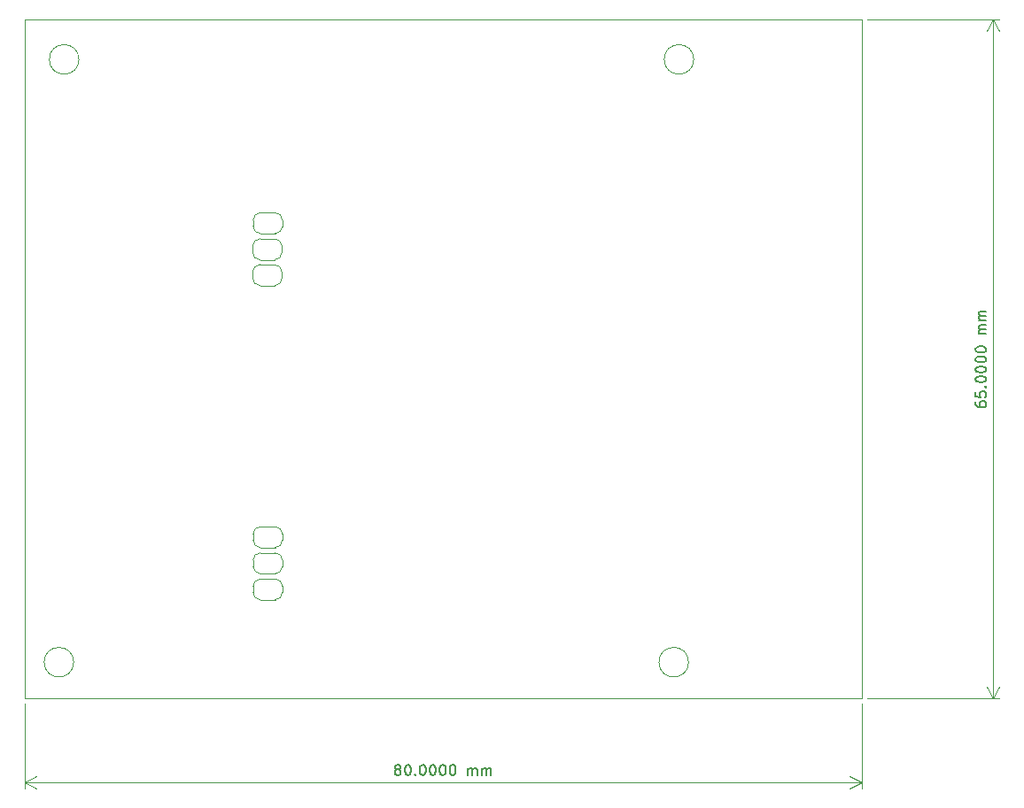
<source format=gbr>
%TF.GenerationSoftware,KiCad,Pcbnew,8.0.6*%
%TF.CreationDate,2026-01-06T07:00:52+07:00*%
%TF.ProjectId,Tesla coil winder Control board ,5465736c-6120-4636-9f69-6c2077696e64,rev?*%
%TF.SameCoordinates,Original*%
%TF.FileFunction,Legend,Bot*%
%TF.FilePolarity,Positive*%
%FSLAX46Y46*%
G04 Gerber Fmt 4.6, Leading zero omitted, Abs format (unit mm)*
G04 Created by KiCad (PCBNEW 8.0.6) date 2026-01-06 07:00:52*
%MOMM*%
%LPD*%
G01*
G04 APERTURE LIST*
%ADD10C,0.120000*%
%TA.AperFunction,Profile*%
%ADD11C,0.050000*%
%TD*%
%ADD12C,0.150000*%
G04 APERTURE END LIST*
D10*
%TO.C,JP1*%
X63708949Y-43267906D02*
X63708949Y-42667906D01*
X64408949Y-41967906D02*
X65808949Y-41967906D01*
X65808949Y-43967906D02*
X64408949Y-43967906D01*
X66508949Y-42667906D02*
X66508949Y-43267906D01*
X63708949Y-42667906D02*
G75*
G02*
X64408949Y-41967906I699999J1D01*
G01*
X64408949Y-43967906D02*
G75*
G02*
X63708949Y-43267906I-1J699999D01*
G01*
X65808949Y-41967906D02*
G75*
G02*
X66508949Y-42667906I0J-700000D01*
G01*
X66508949Y-43267906D02*
G75*
G02*
X65808949Y-43967906I-700000J0D01*
G01*
%TO.C,JP3*%
X63753144Y-38300000D02*
X63753144Y-37700000D01*
X64453144Y-37000000D02*
X65853144Y-37000000D01*
X65853144Y-39000000D02*
X64453144Y-39000000D01*
X66553144Y-37700000D02*
X66553144Y-38300000D01*
X63753144Y-37700000D02*
G75*
G02*
X64453144Y-37000000I699999J1D01*
G01*
X64453144Y-39000000D02*
G75*
G02*
X63753144Y-38300000I-1J699999D01*
G01*
X65853144Y-37000000D02*
G75*
G02*
X66553144Y-37700000I0J-700000D01*
G01*
X66553144Y-38300000D02*
G75*
G02*
X65853144Y-39000000I-700000J0D01*
G01*
%TO.C,JP2*%
X63708949Y-40804762D02*
X63708949Y-40204762D01*
X64408949Y-39504762D02*
X65808949Y-39504762D01*
X65808949Y-41504762D02*
X64408949Y-41504762D01*
X66508949Y-40204762D02*
X66508949Y-40804762D01*
X63708949Y-40204762D02*
G75*
G02*
X64408949Y-39504762I699999J1D01*
G01*
X64408949Y-41504762D02*
G75*
G02*
X63708949Y-40804762I-1J699999D01*
G01*
X65808949Y-39504762D02*
G75*
G02*
X66508949Y-40204762I0J-700000D01*
G01*
X66508949Y-40804762D02*
G75*
G02*
X65808949Y-41504762I-700000J0D01*
G01*
%TO.C,JP4*%
X63753144Y-73336856D02*
X63753144Y-72736856D01*
X64453144Y-72036856D02*
X65853144Y-72036856D01*
X65853144Y-74036856D02*
X64453144Y-74036856D01*
X66553144Y-72736856D02*
X66553144Y-73336856D01*
X63753144Y-72736856D02*
G75*
G02*
X64453144Y-72036856I699999J1D01*
G01*
X64453144Y-74036856D02*
G75*
G02*
X63753144Y-73336856I-1J699999D01*
G01*
X65853144Y-72036856D02*
G75*
G02*
X66553144Y-72736856I0J-700000D01*
G01*
X66553144Y-73336856D02*
G75*
G02*
X65853144Y-74036856I-700000J0D01*
G01*
%TO.C,JP5*%
X63753144Y-70836856D02*
X63753144Y-70236856D01*
X64453144Y-69536856D02*
X65853144Y-69536856D01*
X65853144Y-71536856D02*
X64453144Y-71536856D01*
X66553144Y-70236856D02*
X66553144Y-70836856D01*
X63753144Y-70236856D02*
G75*
G02*
X64453144Y-69536856I699999J1D01*
G01*
X64453144Y-71536856D02*
G75*
G02*
X63753144Y-70836856I-1J699999D01*
G01*
X65853144Y-69536856D02*
G75*
G02*
X66553144Y-70236856I0J-700000D01*
G01*
X66553144Y-70836856D02*
G75*
G02*
X65853144Y-71536856I-700000J0D01*
G01*
%TO.C,JP6*%
X63753144Y-68336856D02*
X63753144Y-67736856D01*
X64453144Y-67036856D02*
X65853144Y-67036856D01*
X65853144Y-69036856D02*
X64453144Y-69036856D01*
X66553144Y-67736856D02*
X66553144Y-68336856D01*
X63753144Y-67736856D02*
G75*
G02*
X64453144Y-67036856I699999J1D01*
G01*
X64453144Y-69036856D02*
G75*
G02*
X63753144Y-68336856I-1J699999D01*
G01*
X65853144Y-67036856D02*
G75*
G02*
X66553144Y-67736856I0J-700000D01*
G01*
X66553144Y-68336856D02*
G75*
G02*
X65853144Y-69036856I-700000J0D01*
G01*
%TD*%
D11*
X46603145Y-80000000D02*
G75*
G02*
X43774717Y-80000000I-1414214J0D01*
G01*
X43774717Y-80000000D02*
G75*
G02*
X46603145Y-80000000I1414214J0D01*
G01*
X105868717Y-22333726D02*
G75*
G02*
X103040289Y-22333726I-1414214J0D01*
G01*
X103040289Y-22333726D02*
G75*
G02*
X105868717Y-22333726I1414214J0D01*
G01*
X41915087Y-18487449D02*
X121915087Y-18487449D01*
X121915087Y-83487449D01*
X41915087Y-83487449D01*
X41915087Y-18487449D01*
X105368717Y-80000000D02*
G75*
G02*
X102540289Y-80000000I-1414214J0D01*
G01*
X102540289Y-80000000D02*
G75*
G02*
X105368717Y-80000000I1414214J0D01*
G01*
X47103145Y-22333726D02*
G75*
G02*
X44274717Y-22333726I-1414214J0D01*
G01*
X44274717Y-22333726D02*
G75*
G02*
X47103145Y-22333726I1414214J0D01*
G01*
D12*
X77486516Y-90233389D02*
X77391278Y-90185770D01*
X77391278Y-90185770D02*
X77343659Y-90138151D01*
X77343659Y-90138151D02*
X77296040Y-90042913D01*
X77296040Y-90042913D02*
X77296040Y-89995294D01*
X77296040Y-89995294D02*
X77343659Y-89900056D01*
X77343659Y-89900056D02*
X77391278Y-89852437D01*
X77391278Y-89852437D02*
X77486516Y-89804818D01*
X77486516Y-89804818D02*
X77676992Y-89804818D01*
X77676992Y-89804818D02*
X77772230Y-89852437D01*
X77772230Y-89852437D02*
X77819849Y-89900056D01*
X77819849Y-89900056D02*
X77867468Y-89995294D01*
X77867468Y-89995294D02*
X77867468Y-90042913D01*
X77867468Y-90042913D02*
X77819849Y-90138151D01*
X77819849Y-90138151D02*
X77772230Y-90185770D01*
X77772230Y-90185770D02*
X77676992Y-90233389D01*
X77676992Y-90233389D02*
X77486516Y-90233389D01*
X77486516Y-90233389D02*
X77391278Y-90281008D01*
X77391278Y-90281008D02*
X77343659Y-90328627D01*
X77343659Y-90328627D02*
X77296040Y-90423865D01*
X77296040Y-90423865D02*
X77296040Y-90614341D01*
X77296040Y-90614341D02*
X77343659Y-90709579D01*
X77343659Y-90709579D02*
X77391278Y-90757199D01*
X77391278Y-90757199D02*
X77486516Y-90804818D01*
X77486516Y-90804818D02*
X77676992Y-90804818D01*
X77676992Y-90804818D02*
X77772230Y-90757199D01*
X77772230Y-90757199D02*
X77819849Y-90709579D01*
X77819849Y-90709579D02*
X77867468Y-90614341D01*
X77867468Y-90614341D02*
X77867468Y-90423865D01*
X77867468Y-90423865D02*
X77819849Y-90328627D01*
X77819849Y-90328627D02*
X77772230Y-90281008D01*
X77772230Y-90281008D02*
X77676992Y-90233389D01*
X78486516Y-89804818D02*
X78581754Y-89804818D01*
X78581754Y-89804818D02*
X78676992Y-89852437D01*
X78676992Y-89852437D02*
X78724611Y-89900056D01*
X78724611Y-89900056D02*
X78772230Y-89995294D01*
X78772230Y-89995294D02*
X78819849Y-90185770D01*
X78819849Y-90185770D02*
X78819849Y-90423865D01*
X78819849Y-90423865D02*
X78772230Y-90614341D01*
X78772230Y-90614341D02*
X78724611Y-90709579D01*
X78724611Y-90709579D02*
X78676992Y-90757199D01*
X78676992Y-90757199D02*
X78581754Y-90804818D01*
X78581754Y-90804818D02*
X78486516Y-90804818D01*
X78486516Y-90804818D02*
X78391278Y-90757199D01*
X78391278Y-90757199D02*
X78343659Y-90709579D01*
X78343659Y-90709579D02*
X78296040Y-90614341D01*
X78296040Y-90614341D02*
X78248421Y-90423865D01*
X78248421Y-90423865D02*
X78248421Y-90185770D01*
X78248421Y-90185770D02*
X78296040Y-89995294D01*
X78296040Y-89995294D02*
X78343659Y-89900056D01*
X78343659Y-89900056D02*
X78391278Y-89852437D01*
X78391278Y-89852437D02*
X78486516Y-89804818D01*
X79248421Y-90709579D02*
X79296040Y-90757199D01*
X79296040Y-90757199D02*
X79248421Y-90804818D01*
X79248421Y-90804818D02*
X79200802Y-90757199D01*
X79200802Y-90757199D02*
X79248421Y-90709579D01*
X79248421Y-90709579D02*
X79248421Y-90804818D01*
X79915087Y-89804818D02*
X80010325Y-89804818D01*
X80010325Y-89804818D02*
X80105563Y-89852437D01*
X80105563Y-89852437D02*
X80153182Y-89900056D01*
X80153182Y-89900056D02*
X80200801Y-89995294D01*
X80200801Y-89995294D02*
X80248420Y-90185770D01*
X80248420Y-90185770D02*
X80248420Y-90423865D01*
X80248420Y-90423865D02*
X80200801Y-90614341D01*
X80200801Y-90614341D02*
X80153182Y-90709579D01*
X80153182Y-90709579D02*
X80105563Y-90757199D01*
X80105563Y-90757199D02*
X80010325Y-90804818D01*
X80010325Y-90804818D02*
X79915087Y-90804818D01*
X79915087Y-90804818D02*
X79819849Y-90757199D01*
X79819849Y-90757199D02*
X79772230Y-90709579D01*
X79772230Y-90709579D02*
X79724611Y-90614341D01*
X79724611Y-90614341D02*
X79676992Y-90423865D01*
X79676992Y-90423865D02*
X79676992Y-90185770D01*
X79676992Y-90185770D02*
X79724611Y-89995294D01*
X79724611Y-89995294D02*
X79772230Y-89900056D01*
X79772230Y-89900056D02*
X79819849Y-89852437D01*
X79819849Y-89852437D02*
X79915087Y-89804818D01*
X80867468Y-89804818D02*
X80962706Y-89804818D01*
X80962706Y-89804818D02*
X81057944Y-89852437D01*
X81057944Y-89852437D02*
X81105563Y-89900056D01*
X81105563Y-89900056D02*
X81153182Y-89995294D01*
X81153182Y-89995294D02*
X81200801Y-90185770D01*
X81200801Y-90185770D02*
X81200801Y-90423865D01*
X81200801Y-90423865D02*
X81153182Y-90614341D01*
X81153182Y-90614341D02*
X81105563Y-90709579D01*
X81105563Y-90709579D02*
X81057944Y-90757199D01*
X81057944Y-90757199D02*
X80962706Y-90804818D01*
X80962706Y-90804818D02*
X80867468Y-90804818D01*
X80867468Y-90804818D02*
X80772230Y-90757199D01*
X80772230Y-90757199D02*
X80724611Y-90709579D01*
X80724611Y-90709579D02*
X80676992Y-90614341D01*
X80676992Y-90614341D02*
X80629373Y-90423865D01*
X80629373Y-90423865D02*
X80629373Y-90185770D01*
X80629373Y-90185770D02*
X80676992Y-89995294D01*
X80676992Y-89995294D02*
X80724611Y-89900056D01*
X80724611Y-89900056D02*
X80772230Y-89852437D01*
X80772230Y-89852437D02*
X80867468Y-89804818D01*
X81819849Y-89804818D02*
X81915087Y-89804818D01*
X81915087Y-89804818D02*
X82010325Y-89852437D01*
X82010325Y-89852437D02*
X82057944Y-89900056D01*
X82057944Y-89900056D02*
X82105563Y-89995294D01*
X82105563Y-89995294D02*
X82153182Y-90185770D01*
X82153182Y-90185770D02*
X82153182Y-90423865D01*
X82153182Y-90423865D02*
X82105563Y-90614341D01*
X82105563Y-90614341D02*
X82057944Y-90709579D01*
X82057944Y-90709579D02*
X82010325Y-90757199D01*
X82010325Y-90757199D02*
X81915087Y-90804818D01*
X81915087Y-90804818D02*
X81819849Y-90804818D01*
X81819849Y-90804818D02*
X81724611Y-90757199D01*
X81724611Y-90757199D02*
X81676992Y-90709579D01*
X81676992Y-90709579D02*
X81629373Y-90614341D01*
X81629373Y-90614341D02*
X81581754Y-90423865D01*
X81581754Y-90423865D02*
X81581754Y-90185770D01*
X81581754Y-90185770D02*
X81629373Y-89995294D01*
X81629373Y-89995294D02*
X81676992Y-89900056D01*
X81676992Y-89900056D02*
X81724611Y-89852437D01*
X81724611Y-89852437D02*
X81819849Y-89804818D01*
X82772230Y-89804818D02*
X82867468Y-89804818D01*
X82867468Y-89804818D02*
X82962706Y-89852437D01*
X82962706Y-89852437D02*
X83010325Y-89900056D01*
X83010325Y-89900056D02*
X83057944Y-89995294D01*
X83057944Y-89995294D02*
X83105563Y-90185770D01*
X83105563Y-90185770D02*
X83105563Y-90423865D01*
X83105563Y-90423865D02*
X83057944Y-90614341D01*
X83057944Y-90614341D02*
X83010325Y-90709579D01*
X83010325Y-90709579D02*
X82962706Y-90757199D01*
X82962706Y-90757199D02*
X82867468Y-90804818D01*
X82867468Y-90804818D02*
X82772230Y-90804818D01*
X82772230Y-90804818D02*
X82676992Y-90757199D01*
X82676992Y-90757199D02*
X82629373Y-90709579D01*
X82629373Y-90709579D02*
X82581754Y-90614341D01*
X82581754Y-90614341D02*
X82534135Y-90423865D01*
X82534135Y-90423865D02*
X82534135Y-90185770D01*
X82534135Y-90185770D02*
X82581754Y-89995294D01*
X82581754Y-89995294D02*
X82629373Y-89900056D01*
X82629373Y-89900056D02*
X82676992Y-89852437D01*
X82676992Y-89852437D02*
X82772230Y-89804818D01*
X84296040Y-90804818D02*
X84296040Y-90138151D01*
X84296040Y-90233389D02*
X84343659Y-90185770D01*
X84343659Y-90185770D02*
X84438897Y-90138151D01*
X84438897Y-90138151D02*
X84581754Y-90138151D01*
X84581754Y-90138151D02*
X84676992Y-90185770D01*
X84676992Y-90185770D02*
X84724611Y-90281008D01*
X84724611Y-90281008D02*
X84724611Y-90804818D01*
X84724611Y-90281008D02*
X84772230Y-90185770D01*
X84772230Y-90185770D02*
X84867468Y-90138151D01*
X84867468Y-90138151D02*
X85010325Y-90138151D01*
X85010325Y-90138151D02*
X85105564Y-90185770D01*
X85105564Y-90185770D02*
X85153183Y-90281008D01*
X85153183Y-90281008D02*
X85153183Y-90804818D01*
X85629373Y-90804818D02*
X85629373Y-90138151D01*
X85629373Y-90233389D02*
X85676992Y-90185770D01*
X85676992Y-90185770D02*
X85772230Y-90138151D01*
X85772230Y-90138151D02*
X85915087Y-90138151D01*
X85915087Y-90138151D02*
X86010325Y-90185770D01*
X86010325Y-90185770D02*
X86057944Y-90281008D01*
X86057944Y-90281008D02*
X86057944Y-90804818D01*
X86057944Y-90281008D02*
X86105563Y-90185770D01*
X86105563Y-90185770D02*
X86200801Y-90138151D01*
X86200801Y-90138151D02*
X86343658Y-90138151D01*
X86343658Y-90138151D02*
X86438897Y-90185770D01*
X86438897Y-90185770D02*
X86486516Y-90281008D01*
X86486516Y-90281008D02*
X86486516Y-90804818D01*
D11*
X41915087Y-83987449D02*
X41915087Y-92086419D01*
X121915087Y-83987449D02*
X121915087Y-92086419D01*
X41915087Y-91499999D02*
X121915087Y-91499999D01*
X41915087Y-91499999D02*
X121915087Y-91499999D01*
X41915087Y-91499999D02*
X43041591Y-90913578D01*
X41915087Y-91499999D02*
X43041591Y-92086420D01*
X121915087Y-91499999D02*
X120788583Y-92086420D01*
X121915087Y-91499999D02*
X120788583Y-90913578D01*
D12*
X132804819Y-55130305D02*
X132804819Y-55320781D01*
X132804819Y-55320781D02*
X132852438Y-55416019D01*
X132852438Y-55416019D02*
X132900057Y-55463638D01*
X132900057Y-55463638D02*
X133042914Y-55558876D01*
X133042914Y-55558876D02*
X133233390Y-55606495D01*
X133233390Y-55606495D02*
X133614342Y-55606495D01*
X133614342Y-55606495D02*
X133709580Y-55558876D01*
X133709580Y-55558876D02*
X133757200Y-55511257D01*
X133757200Y-55511257D02*
X133804819Y-55416019D01*
X133804819Y-55416019D02*
X133804819Y-55225543D01*
X133804819Y-55225543D02*
X133757200Y-55130305D01*
X133757200Y-55130305D02*
X133709580Y-55082686D01*
X133709580Y-55082686D02*
X133614342Y-55035067D01*
X133614342Y-55035067D02*
X133376247Y-55035067D01*
X133376247Y-55035067D02*
X133281009Y-55082686D01*
X133281009Y-55082686D02*
X133233390Y-55130305D01*
X133233390Y-55130305D02*
X133185771Y-55225543D01*
X133185771Y-55225543D02*
X133185771Y-55416019D01*
X133185771Y-55416019D02*
X133233390Y-55511257D01*
X133233390Y-55511257D02*
X133281009Y-55558876D01*
X133281009Y-55558876D02*
X133376247Y-55606495D01*
X132804819Y-54130305D02*
X132804819Y-54606495D01*
X132804819Y-54606495D02*
X133281009Y-54654114D01*
X133281009Y-54654114D02*
X133233390Y-54606495D01*
X133233390Y-54606495D02*
X133185771Y-54511257D01*
X133185771Y-54511257D02*
X133185771Y-54273162D01*
X133185771Y-54273162D02*
X133233390Y-54177924D01*
X133233390Y-54177924D02*
X133281009Y-54130305D01*
X133281009Y-54130305D02*
X133376247Y-54082686D01*
X133376247Y-54082686D02*
X133614342Y-54082686D01*
X133614342Y-54082686D02*
X133709580Y-54130305D01*
X133709580Y-54130305D02*
X133757200Y-54177924D01*
X133757200Y-54177924D02*
X133804819Y-54273162D01*
X133804819Y-54273162D02*
X133804819Y-54511257D01*
X133804819Y-54511257D02*
X133757200Y-54606495D01*
X133757200Y-54606495D02*
X133709580Y-54654114D01*
X133709580Y-53654114D02*
X133757200Y-53606495D01*
X133757200Y-53606495D02*
X133804819Y-53654114D01*
X133804819Y-53654114D02*
X133757200Y-53701733D01*
X133757200Y-53701733D02*
X133709580Y-53654114D01*
X133709580Y-53654114D02*
X133804819Y-53654114D01*
X132804819Y-52987448D02*
X132804819Y-52892210D01*
X132804819Y-52892210D02*
X132852438Y-52796972D01*
X132852438Y-52796972D02*
X132900057Y-52749353D01*
X132900057Y-52749353D02*
X132995295Y-52701734D01*
X132995295Y-52701734D02*
X133185771Y-52654115D01*
X133185771Y-52654115D02*
X133423866Y-52654115D01*
X133423866Y-52654115D02*
X133614342Y-52701734D01*
X133614342Y-52701734D02*
X133709580Y-52749353D01*
X133709580Y-52749353D02*
X133757200Y-52796972D01*
X133757200Y-52796972D02*
X133804819Y-52892210D01*
X133804819Y-52892210D02*
X133804819Y-52987448D01*
X133804819Y-52987448D02*
X133757200Y-53082686D01*
X133757200Y-53082686D02*
X133709580Y-53130305D01*
X133709580Y-53130305D02*
X133614342Y-53177924D01*
X133614342Y-53177924D02*
X133423866Y-53225543D01*
X133423866Y-53225543D02*
X133185771Y-53225543D01*
X133185771Y-53225543D02*
X132995295Y-53177924D01*
X132995295Y-53177924D02*
X132900057Y-53130305D01*
X132900057Y-53130305D02*
X132852438Y-53082686D01*
X132852438Y-53082686D02*
X132804819Y-52987448D01*
X132804819Y-52035067D02*
X132804819Y-51939829D01*
X132804819Y-51939829D02*
X132852438Y-51844591D01*
X132852438Y-51844591D02*
X132900057Y-51796972D01*
X132900057Y-51796972D02*
X132995295Y-51749353D01*
X132995295Y-51749353D02*
X133185771Y-51701734D01*
X133185771Y-51701734D02*
X133423866Y-51701734D01*
X133423866Y-51701734D02*
X133614342Y-51749353D01*
X133614342Y-51749353D02*
X133709580Y-51796972D01*
X133709580Y-51796972D02*
X133757200Y-51844591D01*
X133757200Y-51844591D02*
X133804819Y-51939829D01*
X133804819Y-51939829D02*
X133804819Y-52035067D01*
X133804819Y-52035067D02*
X133757200Y-52130305D01*
X133757200Y-52130305D02*
X133709580Y-52177924D01*
X133709580Y-52177924D02*
X133614342Y-52225543D01*
X133614342Y-52225543D02*
X133423866Y-52273162D01*
X133423866Y-52273162D02*
X133185771Y-52273162D01*
X133185771Y-52273162D02*
X132995295Y-52225543D01*
X132995295Y-52225543D02*
X132900057Y-52177924D01*
X132900057Y-52177924D02*
X132852438Y-52130305D01*
X132852438Y-52130305D02*
X132804819Y-52035067D01*
X132804819Y-51082686D02*
X132804819Y-50987448D01*
X132804819Y-50987448D02*
X132852438Y-50892210D01*
X132852438Y-50892210D02*
X132900057Y-50844591D01*
X132900057Y-50844591D02*
X132995295Y-50796972D01*
X132995295Y-50796972D02*
X133185771Y-50749353D01*
X133185771Y-50749353D02*
X133423866Y-50749353D01*
X133423866Y-50749353D02*
X133614342Y-50796972D01*
X133614342Y-50796972D02*
X133709580Y-50844591D01*
X133709580Y-50844591D02*
X133757200Y-50892210D01*
X133757200Y-50892210D02*
X133804819Y-50987448D01*
X133804819Y-50987448D02*
X133804819Y-51082686D01*
X133804819Y-51082686D02*
X133757200Y-51177924D01*
X133757200Y-51177924D02*
X133709580Y-51225543D01*
X133709580Y-51225543D02*
X133614342Y-51273162D01*
X133614342Y-51273162D02*
X133423866Y-51320781D01*
X133423866Y-51320781D02*
X133185771Y-51320781D01*
X133185771Y-51320781D02*
X132995295Y-51273162D01*
X132995295Y-51273162D02*
X132900057Y-51225543D01*
X132900057Y-51225543D02*
X132852438Y-51177924D01*
X132852438Y-51177924D02*
X132804819Y-51082686D01*
X132804819Y-50130305D02*
X132804819Y-50035067D01*
X132804819Y-50035067D02*
X132852438Y-49939829D01*
X132852438Y-49939829D02*
X132900057Y-49892210D01*
X132900057Y-49892210D02*
X132995295Y-49844591D01*
X132995295Y-49844591D02*
X133185771Y-49796972D01*
X133185771Y-49796972D02*
X133423866Y-49796972D01*
X133423866Y-49796972D02*
X133614342Y-49844591D01*
X133614342Y-49844591D02*
X133709580Y-49892210D01*
X133709580Y-49892210D02*
X133757200Y-49939829D01*
X133757200Y-49939829D02*
X133804819Y-50035067D01*
X133804819Y-50035067D02*
X133804819Y-50130305D01*
X133804819Y-50130305D02*
X133757200Y-50225543D01*
X133757200Y-50225543D02*
X133709580Y-50273162D01*
X133709580Y-50273162D02*
X133614342Y-50320781D01*
X133614342Y-50320781D02*
X133423866Y-50368400D01*
X133423866Y-50368400D02*
X133185771Y-50368400D01*
X133185771Y-50368400D02*
X132995295Y-50320781D01*
X132995295Y-50320781D02*
X132900057Y-50273162D01*
X132900057Y-50273162D02*
X132852438Y-50225543D01*
X132852438Y-50225543D02*
X132804819Y-50130305D01*
X133804819Y-48606495D02*
X133138152Y-48606495D01*
X133233390Y-48606495D02*
X133185771Y-48558876D01*
X133185771Y-48558876D02*
X133138152Y-48463638D01*
X133138152Y-48463638D02*
X133138152Y-48320781D01*
X133138152Y-48320781D02*
X133185771Y-48225543D01*
X133185771Y-48225543D02*
X133281009Y-48177924D01*
X133281009Y-48177924D02*
X133804819Y-48177924D01*
X133281009Y-48177924D02*
X133185771Y-48130305D01*
X133185771Y-48130305D02*
X133138152Y-48035067D01*
X133138152Y-48035067D02*
X133138152Y-47892210D01*
X133138152Y-47892210D02*
X133185771Y-47796971D01*
X133185771Y-47796971D02*
X133281009Y-47749352D01*
X133281009Y-47749352D02*
X133804819Y-47749352D01*
X133804819Y-47273162D02*
X133138152Y-47273162D01*
X133233390Y-47273162D02*
X133185771Y-47225543D01*
X133185771Y-47225543D02*
X133138152Y-47130305D01*
X133138152Y-47130305D02*
X133138152Y-46987448D01*
X133138152Y-46987448D02*
X133185771Y-46892210D01*
X133185771Y-46892210D02*
X133281009Y-46844591D01*
X133281009Y-46844591D02*
X133804819Y-46844591D01*
X133281009Y-46844591D02*
X133185771Y-46796972D01*
X133185771Y-46796972D02*
X133138152Y-46701734D01*
X133138152Y-46701734D02*
X133138152Y-46558877D01*
X133138152Y-46558877D02*
X133185771Y-46463638D01*
X133185771Y-46463638D02*
X133281009Y-46416019D01*
X133281009Y-46416019D02*
X133804819Y-46416019D01*
D11*
X122415087Y-83487449D02*
X135086420Y-83487449D01*
X122415087Y-18487449D02*
X135086420Y-18487449D01*
X134500000Y-83487449D02*
X134500000Y-18487449D01*
X134500000Y-83487449D02*
X134500000Y-18487449D01*
X134500000Y-83487449D02*
X133913579Y-82360945D01*
X134500000Y-83487449D02*
X135086421Y-82360945D01*
X134500000Y-18487449D02*
X135086421Y-19613953D01*
X134500000Y-18487449D02*
X133913579Y-19613953D01*
M02*

</source>
